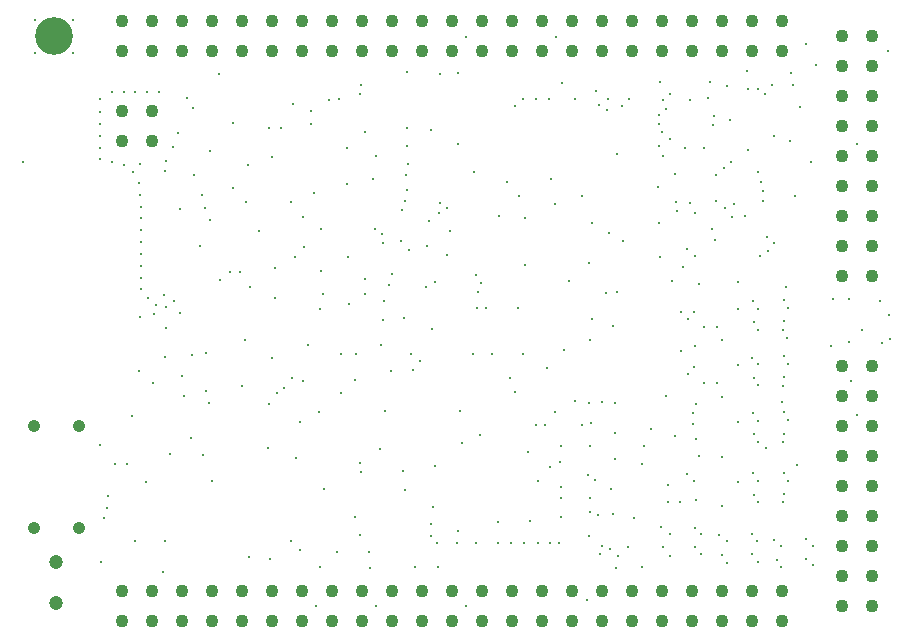
<source format=gbr>
%TF.GenerationSoftware,Altium Limited,Altium Designer,22.7.1 (60)*%
G04 Layer_Color=0*
%FSLAX45Y45*%
%MOMM*%
%TF.SameCoordinates,89C5C705-8D76-4DBF-8A4D-424F25D0343C*%
%TF.FilePolarity,Positive*%
%TF.FileFunction,Plated,1,6,PTH,Drill*%
%TF.Part,Single*%
G01*
G75*
%TA.AperFunction,ComponentDrill*%
%ADD681C,1.10000*%
%ADD682C,1.10000*%
%ADD683C,1.05000*%
%ADD684C,3.20000*%
%ADD685C,1.20000*%
%TA.AperFunction,ViaDrill,NotFilled*%
%ADD686C,0.25000*%
D681*
X8128000Y2349500D02*
D03*
Y2095500D02*
D03*
Y1841500D02*
D03*
Y1587500D02*
D03*
Y1333500D02*
D03*
Y1079500D02*
D03*
Y825500D02*
D03*
X8382000Y2349500D02*
D03*
Y2095500D02*
D03*
Y1841500D02*
D03*
Y1587500D02*
D03*
Y1333500D02*
D03*
Y1079500D02*
D03*
Y825500D02*
D03*
X8128000Y571500D02*
D03*
Y317500D02*
D03*
X8382000Y571500D02*
D03*
Y317500D02*
D03*
X8128000Y5143500D02*
D03*
Y4889500D02*
D03*
Y4635500D02*
D03*
Y4381500D02*
D03*
Y4127500D02*
D03*
Y3873500D02*
D03*
Y3619500D02*
D03*
X8382000Y5143500D02*
D03*
Y4889500D02*
D03*
Y4635500D02*
D03*
Y4381500D02*
D03*
Y4127500D02*
D03*
Y3873500D02*
D03*
Y3619500D02*
D03*
X8128000Y3365500D02*
D03*
Y3111500D02*
D03*
X8382000Y3365500D02*
D03*
Y3111500D02*
D03*
X2286000Y4512400D02*
D03*
Y4258400D02*
D03*
X2032000Y4512400D02*
D03*
Y4258400D02*
D03*
D682*
Y190500D02*
D03*
X2286000D02*
D03*
X2540000D02*
D03*
X2794000D02*
D03*
X3048000D02*
D03*
X3302000D02*
D03*
X3556000D02*
D03*
X3810000D02*
D03*
X4064000D02*
D03*
X4318000D02*
D03*
X4572000D02*
D03*
X4826000D02*
D03*
X5080000D02*
D03*
X5334000D02*
D03*
X5588000D02*
D03*
X5842000D02*
D03*
X6096000D02*
D03*
X6350000D02*
D03*
X6604000D02*
D03*
X6858000D02*
D03*
X7112000D02*
D03*
X7366000D02*
D03*
X7620000D02*
D03*
X2032000Y444500D02*
D03*
X2286000D02*
D03*
X2540000D02*
D03*
X2794000D02*
D03*
X3048000D02*
D03*
X3302000D02*
D03*
X3556000D02*
D03*
X3810000D02*
D03*
X4064000D02*
D03*
X4318000D02*
D03*
X4572000D02*
D03*
X4826000D02*
D03*
X5080000D02*
D03*
X5334000D02*
D03*
X5588000D02*
D03*
X5842000D02*
D03*
X6096000D02*
D03*
X6350000D02*
D03*
X6604000D02*
D03*
X6858000D02*
D03*
X7112000D02*
D03*
X7366000D02*
D03*
X7620000D02*
D03*
X2032000Y5016500D02*
D03*
X2286000D02*
D03*
X2540000D02*
D03*
X2794000D02*
D03*
X3048000D02*
D03*
X3302000D02*
D03*
X3556000D02*
D03*
X3810000D02*
D03*
X4064000D02*
D03*
X4318000D02*
D03*
X4572000D02*
D03*
X4826000D02*
D03*
X5080000D02*
D03*
X5334000D02*
D03*
X5588000D02*
D03*
X5842000D02*
D03*
X6096000D02*
D03*
X6350000D02*
D03*
X6604000D02*
D03*
X6858000D02*
D03*
X7112000D02*
D03*
X7366000D02*
D03*
X7620000D02*
D03*
X2032000Y5270500D02*
D03*
X2286000D02*
D03*
X2540000D02*
D03*
X2794000D02*
D03*
X3048000D02*
D03*
X3302000D02*
D03*
X3556000D02*
D03*
X3810000D02*
D03*
X4064000D02*
D03*
X4318000D02*
D03*
X4572000D02*
D03*
X4826000D02*
D03*
X5080000D02*
D03*
X5334000D02*
D03*
X5588000D02*
D03*
X5842000D02*
D03*
X6096000D02*
D03*
X6350000D02*
D03*
X6604000D02*
D03*
X6858000D02*
D03*
X7112000D02*
D03*
X7366000D02*
D03*
X7620000D02*
D03*
D683*
X1672000Y978000D02*
D03*
X1292000D02*
D03*
X1672000Y1842000D02*
D03*
X1292000D02*
D03*
D684*
X1460500Y5143500D02*
D03*
D685*
X1480000Y695000D02*
D03*
Y345000D02*
D03*
D686*
X1300500Y5283500D02*
D03*
Y5003500D02*
D03*
X1620500D02*
D03*
Y5283500D02*
D03*
X4682747Y1503402D02*
D03*
X7378777Y2898539D02*
D03*
X7380069Y1441414D02*
D03*
X7377172Y1951459D02*
D03*
X7424390Y1885414D02*
D03*
X6072813Y4562155D02*
D03*
X6142404Y4518397D02*
D03*
X6050000Y4680000D02*
D03*
X6590000Y4757500D02*
D03*
X6230000Y4150000D02*
D03*
X6006513Y1867367D02*
D03*
X5873982Y2055714D02*
D03*
X6207199Y1564783D02*
D03*
X6660000Y1200000D02*
D03*
Y1340000D02*
D03*
X6019524Y2752748D02*
D03*
X6018125Y3563595D02*
D03*
X5229257Y3621307D02*
D03*
X5703323Y1959998D02*
D03*
X6721382Y3978618D02*
D03*
X6620000Y4130000D02*
D03*
X6576480Y3867338D02*
D03*
X6584488Y3564515D02*
D03*
X6900000Y1220000D02*
D03*
X7112573Y1162574D02*
D03*
X7643968Y1449224D02*
D03*
X7626205Y2047500D02*
D03*
X7628893Y2185388D02*
D03*
X7663279Y2583984D02*
D03*
X7673536Y2370298D02*
D03*
X7643968Y2439223D02*
D03*
X7660000Y3020000D02*
D03*
X7485112Y1656801D02*
D03*
X7390409Y1772427D02*
D03*
X7425123Y1705944D02*
D03*
X6760000Y1200000D02*
D03*
X6191390Y1098610D02*
D03*
X4240581Y3471270D02*
D03*
X4177817Y3512327D02*
D03*
X4250000Y3390000D02*
D03*
X6593129Y3275707D02*
D03*
X4060000Y4730000D02*
D03*
X4050000Y4650000D02*
D03*
X3870000Y4610000D02*
D03*
X3790000Y4600000D02*
D03*
X4650000Y910000D02*
D03*
X4700000Y850000D02*
D03*
X4882230Y950913D02*
D03*
X4725905Y3732344D02*
D03*
X4788695Y3691326D02*
D03*
X3580000Y3360000D02*
D03*
X3640000Y4400000D02*
D03*
X8450000Y2900000D02*
D03*
X4900000Y1970000D02*
D03*
X2980000Y3860000D02*
D03*
X2640000Y4532833D02*
D03*
X6265622Y4553521D02*
D03*
X4400000Y3410000D02*
D03*
X4470147Y3335306D02*
D03*
X7159737Y4723983D02*
D03*
X7015527Y4754889D02*
D03*
X7049136Y4466648D02*
D03*
X7041126Y4389700D02*
D03*
X7540000Y4730000D02*
D03*
X7702500Y4830000D02*
D03*
X3540000Y1880000D02*
D03*
X5470000Y1620000D02*
D03*
X7672830Y1890000D02*
D03*
X7735777Y3790405D02*
D03*
X5320000Y2250000D02*
D03*
X5010000Y2450000D02*
D03*
X3470000Y3739832D02*
D03*
X2467798Y4206829D02*
D03*
X6961636Y2680880D02*
D03*
X6877625Y2338752D02*
D03*
X6962689Y2210497D02*
D03*
X6190000Y2690000D02*
D03*
X3658860Y3817500D02*
D03*
X6100000Y830000D02*
D03*
X6087112Y756116D02*
D03*
X5990000Y912500D02*
D03*
X6320000Y820000D02*
D03*
X6170000Y800000D02*
D03*
X6370000Y1060000D02*
D03*
X6435385Y647909D02*
D03*
X6220000Y640000D02*
D03*
X5040000Y2840000D02*
D03*
X4420000Y2760000D02*
D03*
X4638253Y3580186D02*
D03*
X6690750Y3072093D02*
D03*
X2508230Y4322875D02*
D03*
X6799117Y4199151D02*
D03*
X5995000Y1111661D02*
D03*
X6068787Y1090556D02*
D03*
X5750000Y1670000D02*
D03*
X5930000Y1850000D02*
D03*
X5747673Y1541987D02*
D03*
X5780000Y2486550D02*
D03*
X6101432Y2044179D02*
D03*
X4500000Y2320000D02*
D03*
X4915575Y1699320D02*
D03*
X1885752Y1064249D02*
D03*
X1910000Y1150000D02*
D03*
X5930000Y3790000D02*
D03*
X5700000Y3720000D02*
D03*
X5017432Y3989517D02*
D03*
X7747500Y1508948D02*
D03*
X7628893Y1705388D02*
D03*
X1847887Y1685174D02*
D03*
X3509606Y1573840D02*
D03*
X4649005Y1010000D02*
D03*
X7424400Y4699156D02*
D03*
X7328319Y4846500D02*
D03*
X7340000Y4700000D02*
D03*
X5822616Y3070065D02*
D03*
X6042172Y1383307D02*
D03*
X5981985Y1429921D02*
D03*
X6002174Y1673304D02*
D03*
X6440000Y1520000D02*
D03*
X6454505Y1671541D02*
D03*
X6517980Y1814520D02*
D03*
X5491177Y1038661D02*
D03*
X5220000Y1030000D02*
D03*
X5750000Y1070000D02*
D03*
X2440000Y1610000D02*
D03*
X2180000Y2310000D02*
D03*
X7418679Y2365207D02*
D03*
X7368441Y2420895D02*
D03*
X6327943Y4608869D02*
D03*
X7060000Y3420000D02*
D03*
X7030000Y3510000D02*
D03*
X6890000Y3650000D02*
D03*
X7505734Y3328738D02*
D03*
X6726293Y3740410D02*
D03*
X7450000Y3910000D02*
D03*
X7460043Y3830000D02*
D03*
X7460000Y3750000D02*
D03*
X7314082Y3623987D02*
D03*
X7068166Y3969168D02*
D03*
X7220000Y3720000D02*
D03*
X7200000Y3610000D02*
D03*
X7418758Y3994981D02*
D03*
X7870000Y4080000D02*
D03*
X8524822Y5021488D02*
D03*
X7140000Y3690000D02*
D03*
X8467629Y2543086D02*
D03*
X7560000Y3390000D02*
D03*
X8060000Y2920000D02*
D03*
X8301041Y2657970D02*
D03*
X7500000Y3440000D02*
D03*
X7643968Y2909224D02*
D03*
X7673536Y2840298D02*
D03*
X8191820Y2549928D02*
D03*
X8039342Y2519342D02*
D03*
X8542436Y2581621D02*
D03*
X6890000Y3280000D02*
D03*
X7440000D02*
D03*
X6843692Y3732214D02*
D03*
X7130000Y4030000D02*
D03*
X7190000Y4080000D02*
D03*
X7068432Y3750256D02*
D03*
X6280000Y3410000D02*
D03*
X6160000Y3480000D02*
D03*
X6738605Y3663204D02*
D03*
X6820000Y3340000D02*
D03*
X5672500Y3935000D02*
D03*
X6790000Y3190000D02*
D03*
X7691319Y4259599D02*
D03*
X7425122Y2655943D02*
D03*
X7628893Y2655388D02*
D03*
X8210573Y2225834D02*
D03*
X8260000Y1940000D02*
D03*
X5995000Y1233190D02*
D03*
X5750000Y1230000D02*
D03*
X6236645Y746504D02*
D03*
X5636720Y2335000D02*
D03*
X5430000Y2450000D02*
D03*
X5540000Y1850000D02*
D03*
X5620000D02*
D03*
X5447500Y3601930D02*
D03*
Y3206821D02*
D03*
X4010002Y1070000D02*
D03*
X6830382Y2280300D02*
D03*
X6174016Y1307610D02*
D03*
X6640000Y2100000D02*
D03*
X6899999Y2029926D02*
D03*
X6870000Y1950000D02*
D03*
X6206205Y1780278D02*
D03*
X6210000Y2040000D02*
D03*
X6600184Y990000D02*
D03*
X6582500Y4400000D02*
D03*
Y4210000D02*
D03*
Y4480000D02*
D03*
X5870000Y4610000D02*
D03*
X6150000D02*
D03*
X6720000Y1760000D02*
D03*
X5992500Y2040000D02*
D03*
X5750000Y1330000D02*
D03*
X5660000Y1500000D02*
D03*
X6889999Y2520500D02*
D03*
X7250000Y3060000D02*
D03*
X6610000Y4330000D02*
D03*
X6870000Y1860000D02*
D03*
X7560000Y4300000D02*
D03*
X6770000Y2810000D02*
D03*
X7340000Y4180000D02*
D03*
X7641590Y2259305D02*
D03*
X6920000Y1590000D02*
D03*
X7090000Y920000D02*
D03*
X6620000Y820000D02*
D03*
X8260000Y4230000D02*
D03*
X6000000Y2570002D02*
D03*
X6227500Y2974850D02*
D03*
X4870000Y850000D02*
D03*
X6844999Y4605000D02*
D03*
X5970000Y370000D02*
D03*
X5030000Y850000D02*
D03*
X5558495Y1379465D02*
D03*
X6960000Y4200000D02*
D03*
X7415000Y870298D02*
D03*
X7424390Y1375413D02*
D03*
X6886967Y983033D02*
D03*
X6940000Y930000D02*
D03*
Y760000D02*
D03*
X7417877Y692123D02*
D03*
X7371590Y759305D02*
D03*
X7890000Y670000D02*
D03*
X7831590Y719305D02*
D03*
X7830000Y890000D02*
D03*
X7890000Y830298D02*
D03*
X7369857Y930190D02*
D03*
X2870000Y3080000D02*
D03*
X2530000Y2800000D02*
D03*
X3031317Y3150000D02*
D03*
X3500000Y3270000D02*
D03*
X4670000Y1160000D02*
D03*
X2950000Y3150000D02*
D03*
X3330658Y2930659D02*
D03*
X4250000Y2740000D02*
D03*
X4660000Y2660000D02*
D03*
X5390000Y2840000D02*
D03*
X5992085Y3221698D02*
D03*
X2308692Y2793662D02*
D03*
X2410000Y2670000D02*
D03*
X2400000Y2430000D02*
D03*
X3540000Y790000D02*
D03*
X3470000Y870000D02*
D03*
X6674390Y925413D02*
D03*
X6891590Y819305D02*
D03*
X7155123Y685944D02*
D03*
X7615123Y645943D02*
D03*
X6879999Y1380000D02*
D03*
X6820000Y1440000D02*
D03*
X6770000Y2480000D02*
D03*
X7118163Y1582361D02*
D03*
X7112573Y2087426D02*
D03*
X7118163Y2572361D02*
D03*
X6919874Y3043824D02*
D03*
X7120409Y752426D02*
D03*
X7154390Y865413D02*
D03*
X6675123Y745943D02*
D03*
X7580409Y712426D02*
D03*
X7558441Y880895D02*
D03*
X7614390Y825413D02*
D03*
X7641589Y2729305D02*
D03*
X7390409Y2722426D02*
D03*
X7424390Y2835413D02*
D03*
X7253733Y2830000D02*
D03*
X7069999Y2680001D02*
D03*
X6830382Y2750300D02*
D03*
X6877625Y2808752D02*
D03*
X7069999Y2210001D02*
D03*
X7390409Y2252426D02*
D03*
X7425123Y2185943D02*
D03*
X7253733Y2360000D02*
D03*
X7641590Y1779306D02*
D03*
X7643968Y1959224D02*
D03*
X7628893Y1195388D02*
D03*
X7641590Y1269305D02*
D03*
X7673536Y1380298D02*
D03*
X6900000Y1730000D02*
D03*
X7253733Y1880001D02*
D03*
Y1370000D02*
D03*
X7390409Y1262426D02*
D03*
X7425123Y1195944D02*
D03*
X5740000Y850000D02*
D03*
X5116260Y2841998D02*
D03*
X5165000Y2450000D02*
D03*
X4710658Y650658D02*
D03*
X3712176Y646743D02*
D03*
X4140000Y642500D02*
D03*
X4130000Y780000D02*
D03*
X3860000D02*
D03*
X4050000Y920000D02*
D03*
X2560000Y2100000D02*
D03*
X3100000Y4050000D02*
D03*
X5073717Y3051151D02*
D03*
X5050000Y2980000D02*
D03*
X5030000Y3120000D02*
D03*
X4790000Y3290000D02*
D03*
X3610000Y2530000D02*
D03*
X3890000Y2450000D02*
D03*
X4020000D02*
D03*
X4230000Y2530000D02*
D03*
X4310000Y2309998D02*
D03*
X4610000Y3020000D02*
D03*
X4430000Y1300000D02*
D03*
X4251747Y2897500D02*
D03*
X6134119Y2970000D02*
D03*
X5400000Y3790000D02*
D03*
X5296038Y3910717D02*
D03*
X4880000Y4230000D02*
D03*
X5650001Y4609998D02*
D03*
X4450000Y4370000D02*
D03*
X4655412Y4350000D02*
D03*
X4720000Y3650000D02*
D03*
X4810000Y3490000D02*
D03*
X4685114Y3064220D02*
D03*
X4410000Y3670000D02*
D03*
X8533671Y2778866D02*
D03*
X3270000Y1660000D02*
D03*
X5220000Y850000D02*
D03*
X5330000D02*
D03*
X5440000D02*
D03*
X5560000D02*
D03*
X5660000D02*
D03*
X4190000Y4130000D02*
D03*
X5360000Y2130000D02*
D03*
X5070000Y1770000D02*
D03*
X3200000Y3490000D02*
D03*
X2700000Y3370000D02*
D03*
X3077352Y2569393D02*
D03*
X3330000Y3180000D02*
D03*
X3750432Y1306337D02*
D03*
X7481743Y4650021D02*
D03*
X4010000Y2230000D02*
D03*
X3570000Y2220000D02*
D03*
X3710000Y2830000D02*
D03*
X4090000Y2960000D02*
D03*
X2190000Y2770000D02*
D03*
X4419412Y1459077D02*
D03*
X2720000Y1600000D02*
D03*
X3408565Y2166852D02*
D03*
X3350000Y2120000D02*
D03*
X4050000Y1530000D02*
D03*
X3290000Y720000D02*
D03*
X4520000Y650000D02*
D03*
X2150000Y870000D02*
D03*
X1860000Y690000D02*
D03*
X2400000Y870000D02*
D03*
X2380000Y610000D02*
D03*
X2120000Y1930000D02*
D03*
X1980000Y1523734D02*
D03*
X2080000Y1520000D02*
D03*
X1913791Y1250948D02*
D03*
X4220000Y1650000D02*
D03*
X3471666Y2250967D02*
D03*
X3700000Y1960000D02*
D03*
X3960000Y2880000D02*
D03*
X3739998Y2959999D02*
D03*
X2977500Y4407500D02*
D03*
X2710659Y3800659D02*
D03*
X2740000Y3690000D02*
D03*
X3090000Y3740000D02*
D03*
X2780000Y3590000D02*
D03*
X3570000Y3610000D02*
D03*
X4090000Y4330000D02*
D03*
X2780000Y4170000D02*
D03*
X3380000Y4370000D02*
D03*
X3720000Y3510000D02*
D03*
X3310000Y4120000D02*
D03*
X2769342Y2040661D02*
D03*
X2240000Y1370000D02*
D03*
X2410000Y2850000D02*
D03*
X2800000Y1380000D02*
D03*
X2620000Y1740000D02*
D03*
X2630000Y2440000D02*
D03*
X3110000Y730000D02*
D03*
X2540000Y2270000D02*
D03*
X3050000Y2180000D02*
D03*
X3310000Y2420000D02*
D03*
X3940000Y3890000D02*
D03*
Y4200000D02*
D03*
X5760000Y4750000D02*
D03*
X3950000Y3270000D02*
D03*
X3890000Y2120000D02*
D03*
X4060000Y1450000D02*
D03*
X4880000Y4830000D02*
D03*
X1200000Y4080000D02*
D03*
X2860000Y4820000D02*
D03*
X5360000Y4550000D02*
D03*
X4730000Y4820000D02*
D03*
X3480000Y4570000D02*
D03*
X4260000Y1970000D02*
D03*
X7910000Y4900000D02*
D03*
X7772455Y4541138D02*
D03*
X7720000Y4730000D02*
D03*
X7184135Y4430000D02*
D03*
X7830000Y5080000D02*
D03*
X7000000Y4617500D02*
D03*
X6680000Y4657500D02*
D03*
X4620000Y3370000D02*
D03*
X4450000Y4840000D02*
D03*
X8188000Y2914999D02*
D03*
X6641771Y4528229D02*
D03*
X6675815Y4271571D02*
D03*
X6620000Y4600000D02*
D03*
X3639998Y4509999D02*
D03*
X5430002Y4609998D02*
D03*
X2750002Y2140001D02*
D03*
X2389998Y2949999D02*
D03*
X4429999Y3750000D02*
D03*
X4952487Y5137236D02*
D03*
X5710469Y5139578D02*
D03*
X5540817Y4609998D02*
D03*
X4480001Y2449998D02*
D03*
X4560001Y2389998D02*
D03*
X4440001Y3970000D02*
D03*
X3121355Y3019999D02*
D03*
X2300575Y2211070D02*
D03*
X4300002Y3039999D02*
D03*
X4460001Y4060002D02*
D03*
X4160002Y3930000D02*
D03*
X4092499Y3090001D02*
D03*
X2320000Y2870000D02*
D03*
X2260000Y2930000D02*
D03*
X2480000Y2900000D02*
D03*
X2750002Y2460000D02*
D03*
X3679998Y319999D02*
D03*
X4189999D02*
D03*
X2200001Y3199999D02*
D03*
Y2999999D02*
D03*
Y3099999D02*
D03*
Y3299998D02*
D03*
Y3399998D02*
D03*
X2180001Y3900002D02*
D03*
X2200001Y3699998D02*
D03*
X2189998Y3800003D02*
D03*
X2049998Y4050000D02*
D03*
X1949999Y4080002D02*
D03*
X2129998Y3990000D02*
D03*
X2190000Y4060000D02*
D03*
X2200001Y3599998D02*
D03*
Y3499998D02*
D03*
X2530000Y3680000D02*
D03*
X2400000Y4000002D02*
D03*
X2650002Y3970000D02*
D03*
X1950000Y4670000D02*
D03*
X1849999Y4400001D02*
D03*
Y4500001D02*
D03*
X1850000Y4610000D02*
D03*
X1849999Y4300002D02*
D03*
Y4100002D02*
D03*
Y4200002D02*
D03*
X2050001Y4670000D02*
D03*
X2405305Y4087301D02*
D03*
X2590002Y4620001D02*
D03*
X2250000Y4670000D02*
D03*
X2150001D02*
D03*
X2350000D02*
D03*
X3279999Y4369999D02*
D03*
X3719998Y3156915D02*
D03*
X4949998Y319999D02*
D03*
X4453077Y4211808D02*
D03*
X4320002Y3130001D02*
D03*
X3279308Y2029998D02*
D03*
X4450659Y3840658D02*
D03*
%TF.MD5,b4d7bcda9677af3aea586ace2302075b*%
M02*

</source>
